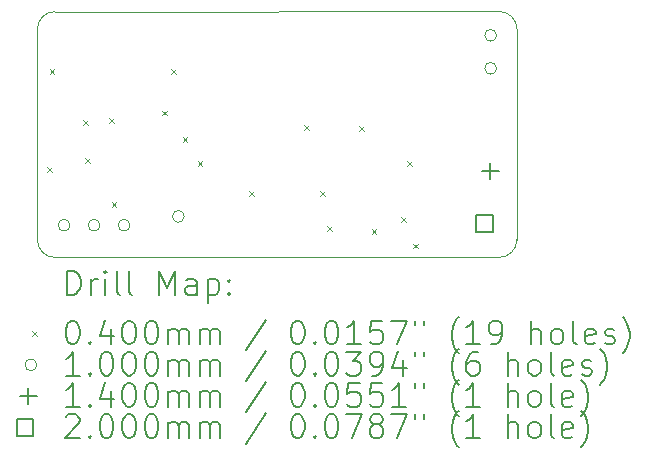
<source format=gbr>
%FSLAX45Y45*%
G04 Gerber Fmt 4.5, Leading zero omitted, Abs format (unit mm)*
G04 Created by KiCad (PCBNEW 5.99.0-unknown-50e22de3ba~95~ubuntu20.04.1) date 2021-01-20 19:32:31*
%MOMM*%
%LPD*%
G01*
G04 APERTURE LIST*
%TA.AperFunction,Profile*%
%ADD10C,0.100000*%
%TD*%
%ADD11C,0.200000*%
%ADD12C,0.040000*%
%ADD13C,0.100000*%
%ADD14C,0.140000*%
G04 APERTURE END LIST*
D10*
X16534700Y-7797000D02*
G75*
G03*
X16684700Y-7647000I0J150000D01*
G01*
X16534700Y-7797000D02*
X12773800Y-7797800D01*
X16684700Y-5865000D02*
X16684700Y-7647000D01*
X16684700Y-5865000D02*
G75*
G03*
X16534700Y-5715000I-150000J0D01*
G01*
X12623800Y-7647800D02*
G75*
G03*
X12773800Y-7797800I150000J0D01*
G01*
X12773800Y-5715800D02*
X16534700Y-5715000D01*
X12623800Y-7647800D02*
X12623800Y-5865800D01*
X12773800Y-5715800D02*
G75*
G03*
X12623800Y-5865800I0J-150000D01*
G01*
D11*
D12*
X12705000Y-7030000D02*
X12745000Y-7070000D01*
X12745000Y-7030000D02*
X12705000Y-7070000D01*
X12728100Y-6200800D02*
X12768100Y-6240800D01*
X12768100Y-6200800D02*
X12728100Y-6240800D01*
X13011300Y-6635940D02*
X13051300Y-6675940D01*
X13051300Y-6635940D02*
X13011300Y-6675940D01*
X13030000Y-6955000D02*
X13070000Y-6995000D01*
X13070000Y-6955000D02*
X13030000Y-6995000D01*
X13230000Y-6619020D02*
X13270000Y-6659020D01*
X13270000Y-6619020D02*
X13230000Y-6659020D01*
X13252000Y-7332210D02*
X13292000Y-7372210D01*
X13292000Y-7332210D02*
X13252000Y-7372210D01*
X13680000Y-6555000D02*
X13720000Y-6595000D01*
X13720000Y-6555000D02*
X13680000Y-6595000D01*
X13755000Y-6205000D02*
X13795000Y-6245000D01*
X13795000Y-6205000D02*
X13755000Y-6245000D01*
X13855000Y-6780000D02*
X13895000Y-6820000D01*
X13895000Y-6780000D02*
X13855000Y-6820000D01*
X13980000Y-6980000D02*
X14020000Y-7020000D01*
X14020000Y-6980000D02*
X13980000Y-7020000D01*
X14416500Y-7235780D02*
X14456500Y-7275780D01*
X14456500Y-7235780D02*
X14416500Y-7275780D01*
X14880000Y-6680000D02*
X14920000Y-6720000D01*
X14920000Y-6680000D02*
X14880000Y-6720000D01*
X15016800Y-7235580D02*
X15056800Y-7275580D01*
X15056800Y-7235580D02*
X15016800Y-7275580D01*
X15080000Y-7530000D02*
X15120000Y-7570000D01*
X15120000Y-7530000D02*
X15080000Y-7570000D01*
X15347000Y-6685600D02*
X15387000Y-6725600D01*
X15387000Y-6685600D02*
X15347000Y-6725600D01*
X15455000Y-7555000D02*
X15495000Y-7595000D01*
X15495000Y-7555000D02*
X15455000Y-7595000D01*
X15705000Y-7455000D02*
X15745000Y-7495000D01*
X15745000Y-7455000D02*
X15705000Y-7495000D01*
X15755000Y-6980000D02*
X15795000Y-7020000D01*
X15795000Y-6980000D02*
X15755000Y-7020000D01*
X15805000Y-7680000D02*
X15845000Y-7720000D01*
X15845000Y-7680000D02*
X15805000Y-7720000D01*
D13*
X12900000Y-7525000D02*
G75*
G03*
X12900000Y-7525000I-50000J0D01*
G01*
X13154000Y-7525000D02*
G75*
G03*
X13154000Y-7525000I-50000J0D01*
G01*
X13408000Y-7525000D02*
G75*
G03*
X13408000Y-7525000I-50000J0D01*
G01*
X13867600Y-7450000D02*
G75*
G03*
X13867600Y-7450000I-50000J0D01*
G01*
X16512000Y-5916600D02*
G75*
G03*
X16512000Y-5916600I-50000J0D01*
G01*
X16512000Y-6196000D02*
G75*
G03*
X16512000Y-6196000I-50000J0D01*
G01*
D14*
X16460000Y-6995000D02*
X16460000Y-7135000D01*
X16390000Y-7065000D02*
X16530000Y-7065000D01*
D11*
X16480711Y-7578211D02*
X16480711Y-7436789D01*
X16339289Y-7436789D01*
X16339289Y-7578211D01*
X16480711Y-7578211D01*
X12876419Y-8113276D02*
X12876419Y-7913276D01*
X12924038Y-7913276D01*
X12952609Y-7922800D01*
X12971657Y-7941848D01*
X12981181Y-7960895D01*
X12990705Y-7998990D01*
X12990705Y-8027562D01*
X12981181Y-8065657D01*
X12971657Y-8084705D01*
X12952609Y-8103752D01*
X12924038Y-8113276D01*
X12876419Y-8113276D01*
X13076419Y-8113276D02*
X13076419Y-7979943D01*
X13076419Y-8018038D02*
X13085943Y-7998990D01*
X13095467Y-7989467D01*
X13114514Y-7979943D01*
X13133562Y-7979943D01*
X13200228Y-8113276D02*
X13200228Y-7979943D01*
X13200228Y-7913276D02*
X13190705Y-7922800D01*
X13200228Y-7932324D01*
X13209752Y-7922800D01*
X13200228Y-7913276D01*
X13200228Y-7932324D01*
X13324038Y-8113276D02*
X13304990Y-8103752D01*
X13295467Y-8084705D01*
X13295467Y-7913276D01*
X13428800Y-8113276D02*
X13409752Y-8103752D01*
X13400228Y-8084705D01*
X13400228Y-7913276D01*
X13657371Y-8113276D02*
X13657371Y-7913276D01*
X13724038Y-8056133D01*
X13790705Y-7913276D01*
X13790705Y-8113276D01*
X13971657Y-8113276D02*
X13971657Y-8008514D01*
X13962133Y-7989467D01*
X13943086Y-7979943D01*
X13904990Y-7979943D01*
X13885943Y-7989467D01*
X13971657Y-8103752D02*
X13952609Y-8113276D01*
X13904990Y-8113276D01*
X13885943Y-8103752D01*
X13876419Y-8084705D01*
X13876419Y-8065657D01*
X13885943Y-8046609D01*
X13904990Y-8037086D01*
X13952609Y-8037086D01*
X13971657Y-8027562D01*
X14066895Y-7979943D02*
X14066895Y-8179943D01*
X14066895Y-7989467D02*
X14085943Y-7979943D01*
X14124038Y-7979943D01*
X14143086Y-7989467D01*
X14152609Y-7998990D01*
X14162133Y-8018038D01*
X14162133Y-8075181D01*
X14152609Y-8094228D01*
X14143086Y-8103752D01*
X14124038Y-8113276D01*
X14085943Y-8113276D01*
X14066895Y-8103752D01*
X14247848Y-8094228D02*
X14257371Y-8103752D01*
X14247848Y-8113276D01*
X14238324Y-8103752D01*
X14247848Y-8094228D01*
X14247848Y-8113276D01*
X14247848Y-7989467D02*
X14257371Y-7998990D01*
X14247848Y-8008514D01*
X14238324Y-7998990D01*
X14247848Y-7989467D01*
X14247848Y-8008514D01*
D12*
X12578800Y-8422800D02*
X12618800Y-8462800D01*
X12618800Y-8422800D02*
X12578800Y-8462800D01*
D11*
X12914514Y-8333276D02*
X12933562Y-8333276D01*
X12952609Y-8342800D01*
X12962133Y-8352324D01*
X12971657Y-8371371D01*
X12981181Y-8409467D01*
X12981181Y-8457086D01*
X12971657Y-8495181D01*
X12962133Y-8514229D01*
X12952609Y-8523752D01*
X12933562Y-8533276D01*
X12914514Y-8533276D01*
X12895467Y-8523752D01*
X12885943Y-8514229D01*
X12876419Y-8495181D01*
X12866895Y-8457086D01*
X12866895Y-8409467D01*
X12876419Y-8371371D01*
X12885943Y-8352324D01*
X12895467Y-8342800D01*
X12914514Y-8333276D01*
X13066895Y-8514229D02*
X13076419Y-8523752D01*
X13066895Y-8533276D01*
X13057371Y-8523752D01*
X13066895Y-8514229D01*
X13066895Y-8533276D01*
X13247848Y-8399943D02*
X13247848Y-8533276D01*
X13200228Y-8323752D02*
X13152609Y-8466610D01*
X13276419Y-8466610D01*
X13390705Y-8333276D02*
X13409752Y-8333276D01*
X13428800Y-8342800D01*
X13438324Y-8352324D01*
X13447848Y-8371371D01*
X13457371Y-8409467D01*
X13457371Y-8457086D01*
X13447848Y-8495181D01*
X13438324Y-8514229D01*
X13428800Y-8523752D01*
X13409752Y-8533276D01*
X13390705Y-8533276D01*
X13371657Y-8523752D01*
X13362133Y-8514229D01*
X13352609Y-8495181D01*
X13343086Y-8457086D01*
X13343086Y-8409467D01*
X13352609Y-8371371D01*
X13362133Y-8352324D01*
X13371657Y-8342800D01*
X13390705Y-8333276D01*
X13581181Y-8333276D02*
X13600228Y-8333276D01*
X13619276Y-8342800D01*
X13628800Y-8352324D01*
X13638324Y-8371371D01*
X13647848Y-8409467D01*
X13647848Y-8457086D01*
X13638324Y-8495181D01*
X13628800Y-8514229D01*
X13619276Y-8523752D01*
X13600228Y-8533276D01*
X13581181Y-8533276D01*
X13562133Y-8523752D01*
X13552609Y-8514229D01*
X13543086Y-8495181D01*
X13533562Y-8457086D01*
X13533562Y-8409467D01*
X13543086Y-8371371D01*
X13552609Y-8352324D01*
X13562133Y-8342800D01*
X13581181Y-8333276D01*
X13733562Y-8533276D02*
X13733562Y-8399943D01*
X13733562Y-8418990D02*
X13743086Y-8409467D01*
X13762133Y-8399943D01*
X13790705Y-8399943D01*
X13809752Y-8409467D01*
X13819276Y-8428514D01*
X13819276Y-8533276D01*
X13819276Y-8428514D02*
X13828800Y-8409467D01*
X13847848Y-8399943D01*
X13876419Y-8399943D01*
X13895467Y-8409467D01*
X13904990Y-8428514D01*
X13904990Y-8533276D01*
X14000228Y-8533276D02*
X14000228Y-8399943D01*
X14000228Y-8418990D02*
X14009752Y-8409467D01*
X14028800Y-8399943D01*
X14057371Y-8399943D01*
X14076419Y-8409467D01*
X14085943Y-8428514D01*
X14085943Y-8533276D01*
X14085943Y-8428514D02*
X14095467Y-8409467D01*
X14114514Y-8399943D01*
X14143086Y-8399943D01*
X14162133Y-8409467D01*
X14171657Y-8428514D01*
X14171657Y-8533276D01*
X14562133Y-8323752D02*
X14390705Y-8580895D01*
X14819276Y-8333276D02*
X14838324Y-8333276D01*
X14857371Y-8342800D01*
X14866895Y-8352324D01*
X14876419Y-8371371D01*
X14885943Y-8409467D01*
X14885943Y-8457086D01*
X14876419Y-8495181D01*
X14866895Y-8514229D01*
X14857371Y-8523752D01*
X14838324Y-8533276D01*
X14819276Y-8533276D01*
X14800228Y-8523752D01*
X14790705Y-8514229D01*
X14781181Y-8495181D01*
X14771657Y-8457086D01*
X14771657Y-8409467D01*
X14781181Y-8371371D01*
X14790705Y-8352324D01*
X14800228Y-8342800D01*
X14819276Y-8333276D01*
X14971657Y-8514229D02*
X14981181Y-8523752D01*
X14971657Y-8533276D01*
X14962133Y-8523752D01*
X14971657Y-8514229D01*
X14971657Y-8533276D01*
X15104990Y-8333276D02*
X15124038Y-8333276D01*
X15143086Y-8342800D01*
X15152609Y-8352324D01*
X15162133Y-8371371D01*
X15171657Y-8409467D01*
X15171657Y-8457086D01*
X15162133Y-8495181D01*
X15152609Y-8514229D01*
X15143086Y-8523752D01*
X15124038Y-8533276D01*
X15104990Y-8533276D01*
X15085943Y-8523752D01*
X15076419Y-8514229D01*
X15066895Y-8495181D01*
X15057371Y-8457086D01*
X15057371Y-8409467D01*
X15066895Y-8371371D01*
X15076419Y-8352324D01*
X15085943Y-8342800D01*
X15104990Y-8333276D01*
X15362133Y-8533276D02*
X15247848Y-8533276D01*
X15304990Y-8533276D02*
X15304990Y-8333276D01*
X15285943Y-8361848D01*
X15266895Y-8380895D01*
X15247848Y-8390419D01*
X15543086Y-8333276D02*
X15447848Y-8333276D01*
X15438324Y-8428514D01*
X15447848Y-8418990D01*
X15466895Y-8409467D01*
X15514514Y-8409467D01*
X15533562Y-8418990D01*
X15543086Y-8428514D01*
X15552609Y-8447562D01*
X15552609Y-8495181D01*
X15543086Y-8514229D01*
X15533562Y-8523752D01*
X15514514Y-8533276D01*
X15466895Y-8533276D01*
X15447848Y-8523752D01*
X15438324Y-8514229D01*
X15619276Y-8333276D02*
X15752609Y-8333276D01*
X15666895Y-8533276D01*
X15819276Y-8333276D02*
X15819276Y-8371371D01*
X15895467Y-8333276D02*
X15895467Y-8371371D01*
X16190705Y-8609467D02*
X16181181Y-8599943D01*
X16162133Y-8571371D01*
X16152609Y-8552324D01*
X16143086Y-8523752D01*
X16133562Y-8476133D01*
X16133562Y-8438038D01*
X16143086Y-8390419D01*
X16152609Y-8361848D01*
X16162133Y-8342800D01*
X16181181Y-8314228D01*
X16190705Y-8304705D01*
X16371657Y-8533276D02*
X16257371Y-8533276D01*
X16314514Y-8533276D02*
X16314514Y-8333276D01*
X16295467Y-8361848D01*
X16276419Y-8380895D01*
X16257371Y-8390419D01*
X16466895Y-8533276D02*
X16504990Y-8533276D01*
X16524038Y-8523752D01*
X16533562Y-8514229D01*
X16552609Y-8485657D01*
X16562133Y-8447562D01*
X16562133Y-8371371D01*
X16552609Y-8352324D01*
X16543086Y-8342800D01*
X16524038Y-8333276D01*
X16485943Y-8333276D01*
X16466895Y-8342800D01*
X16457371Y-8352324D01*
X16447848Y-8371371D01*
X16447848Y-8418990D01*
X16457371Y-8438038D01*
X16466895Y-8447562D01*
X16485943Y-8457086D01*
X16524038Y-8457086D01*
X16543086Y-8447562D01*
X16552609Y-8438038D01*
X16562133Y-8418990D01*
X16800229Y-8533276D02*
X16800229Y-8333276D01*
X16885943Y-8533276D02*
X16885943Y-8428514D01*
X16876419Y-8409467D01*
X16857371Y-8399943D01*
X16828800Y-8399943D01*
X16809752Y-8409467D01*
X16800229Y-8418990D01*
X17009752Y-8533276D02*
X16990705Y-8523752D01*
X16981181Y-8514229D01*
X16971657Y-8495181D01*
X16971657Y-8438038D01*
X16981181Y-8418990D01*
X16990705Y-8409467D01*
X17009752Y-8399943D01*
X17038324Y-8399943D01*
X17057371Y-8409467D01*
X17066895Y-8418990D01*
X17076419Y-8438038D01*
X17076419Y-8495181D01*
X17066895Y-8514229D01*
X17057371Y-8523752D01*
X17038324Y-8533276D01*
X17009752Y-8533276D01*
X17190705Y-8533276D02*
X17171657Y-8523752D01*
X17162133Y-8504705D01*
X17162133Y-8333276D01*
X17343086Y-8523752D02*
X17324038Y-8533276D01*
X17285943Y-8533276D01*
X17266895Y-8523752D01*
X17257371Y-8504705D01*
X17257371Y-8428514D01*
X17266895Y-8409467D01*
X17285943Y-8399943D01*
X17324038Y-8399943D01*
X17343086Y-8409467D01*
X17352610Y-8428514D01*
X17352610Y-8447562D01*
X17257371Y-8466610D01*
X17428800Y-8523752D02*
X17447848Y-8533276D01*
X17485943Y-8533276D01*
X17504990Y-8523752D01*
X17514514Y-8504705D01*
X17514514Y-8495181D01*
X17504990Y-8476133D01*
X17485943Y-8466610D01*
X17457371Y-8466610D01*
X17438324Y-8457086D01*
X17428800Y-8438038D01*
X17428800Y-8428514D01*
X17438324Y-8409467D01*
X17457371Y-8399943D01*
X17485943Y-8399943D01*
X17504990Y-8409467D01*
X17581181Y-8609467D02*
X17590705Y-8599943D01*
X17609752Y-8571371D01*
X17619276Y-8552324D01*
X17628800Y-8523752D01*
X17638324Y-8476133D01*
X17638324Y-8438038D01*
X17628800Y-8390419D01*
X17619276Y-8361848D01*
X17609752Y-8342800D01*
X17590705Y-8314228D01*
X17581181Y-8304705D01*
D13*
X12618800Y-8706800D02*
G75*
G03*
X12618800Y-8706800I-50000J0D01*
G01*
D11*
X12981181Y-8797276D02*
X12866895Y-8797276D01*
X12924038Y-8797276D02*
X12924038Y-8597276D01*
X12904990Y-8625848D01*
X12885943Y-8644895D01*
X12866895Y-8654419D01*
X13066895Y-8778229D02*
X13076419Y-8787752D01*
X13066895Y-8797276D01*
X13057371Y-8787752D01*
X13066895Y-8778229D01*
X13066895Y-8797276D01*
X13200228Y-8597276D02*
X13219276Y-8597276D01*
X13238324Y-8606800D01*
X13247848Y-8616324D01*
X13257371Y-8635371D01*
X13266895Y-8673467D01*
X13266895Y-8721086D01*
X13257371Y-8759181D01*
X13247848Y-8778229D01*
X13238324Y-8787752D01*
X13219276Y-8797276D01*
X13200228Y-8797276D01*
X13181181Y-8787752D01*
X13171657Y-8778229D01*
X13162133Y-8759181D01*
X13152609Y-8721086D01*
X13152609Y-8673467D01*
X13162133Y-8635371D01*
X13171657Y-8616324D01*
X13181181Y-8606800D01*
X13200228Y-8597276D01*
X13390705Y-8597276D02*
X13409752Y-8597276D01*
X13428800Y-8606800D01*
X13438324Y-8616324D01*
X13447848Y-8635371D01*
X13457371Y-8673467D01*
X13457371Y-8721086D01*
X13447848Y-8759181D01*
X13438324Y-8778229D01*
X13428800Y-8787752D01*
X13409752Y-8797276D01*
X13390705Y-8797276D01*
X13371657Y-8787752D01*
X13362133Y-8778229D01*
X13352609Y-8759181D01*
X13343086Y-8721086D01*
X13343086Y-8673467D01*
X13352609Y-8635371D01*
X13362133Y-8616324D01*
X13371657Y-8606800D01*
X13390705Y-8597276D01*
X13581181Y-8597276D02*
X13600228Y-8597276D01*
X13619276Y-8606800D01*
X13628800Y-8616324D01*
X13638324Y-8635371D01*
X13647848Y-8673467D01*
X13647848Y-8721086D01*
X13638324Y-8759181D01*
X13628800Y-8778229D01*
X13619276Y-8787752D01*
X13600228Y-8797276D01*
X13581181Y-8797276D01*
X13562133Y-8787752D01*
X13552609Y-8778229D01*
X13543086Y-8759181D01*
X13533562Y-8721086D01*
X13533562Y-8673467D01*
X13543086Y-8635371D01*
X13552609Y-8616324D01*
X13562133Y-8606800D01*
X13581181Y-8597276D01*
X13733562Y-8797276D02*
X13733562Y-8663943D01*
X13733562Y-8682990D02*
X13743086Y-8673467D01*
X13762133Y-8663943D01*
X13790705Y-8663943D01*
X13809752Y-8673467D01*
X13819276Y-8692514D01*
X13819276Y-8797276D01*
X13819276Y-8692514D02*
X13828800Y-8673467D01*
X13847848Y-8663943D01*
X13876419Y-8663943D01*
X13895467Y-8673467D01*
X13904990Y-8692514D01*
X13904990Y-8797276D01*
X14000228Y-8797276D02*
X14000228Y-8663943D01*
X14000228Y-8682990D02*
X14009752Y-8673467D01*
X14028800Y-8663943D01*
X14057371Y-8663943D01*
X14076419Y-8673467D01*
X14085943Y-8692514D01*
X14085943Y-8797276D01*
X14085943Y-8692514D02*
X14095467Y-8673467D01*
X14114514Y-8663943D01*
X14143086Y-8663943D01*
X14162133Y-8673467D01*
X14171657Y-8692514D01*
X14171657Y-8797276D01*
X14562133Y-8587752D02*
X14390705Y-8844895D01*
X14819276Y-8597276D02*
X14838324Y-8597276D01*
X14857371Y-8606800D01*
X14866895Y-8616324D01*
X14876419Y-8635371D01*
X14885943Y-8673467D01*
X14885943Y-8721086D01*
X14876419Y-8759181D01*
X14866895Y-8778229D01*
X14857371Y-8787752D01*
X14838324Y-8797276D01*
X14819276Y-8797276D01*
X14800228Y-8787752D01*
X14790705Y-8778229D01*
X14781181Y-8759181D01*
X14771657Y-8721086D01*
X14771657Y-8673467D01*
X14781181Y-8635371D01*
X14790705Y-8616324D01*
X14800228Y-8606800D01*
X14819276Y-8597276D01*
X14971657Y-8778229D02*
X14981181Y-8787752D01*
X14971657Y-8797276D01*
X14962133Y-8787752D01*
X14971657Y-8778229D01*
X14971657Y-8797276D01*
X15104990Y-8597276D02*
X15124038Y-8597276D01*
X15143086Y-8606800D01*
X15152609Y-8616324D01*
X15162133Y-8635371D01*
X15171657Y-8673467D01*
X15171657Y-8721086D01*
X15162133Y-8759181D01*
X15152609Y-8778229D01*
X15143086Y-8787752D01*
X15124038Y-8797276D01*
X15104990Y-8797276D01*
X15085943Y-8787752D01*
X15076419Y-8778229D01*
X15066895Y-8759181D01*
X15057371Y-8721086D01*
X15057371Y-8673467D01*
X15066895Y-8635371D01*
X15076419Y-8616324D01*
X15085943Y-8606800D01*
X15104990Y-8597276D01*
X15238324Y-8597276D02*
X15362133Y-8597276D01*
X15295467Y-8673467D01*
X15324038Y-8673467D01*
X15343086Y-8682990D01*
X15352609Y-8692514D01*
X15362133Y-8711562D01*
X15362133Y-8759181D01*
X15352609Y-8778229D01*
X15343086Y-8787752D01*
X15324038Y-8797276D01*
X15266895Y-8797276D01*
X15247848Y-8787752D01*
X15238324Y-8778229D01*
X15457371Y-8797276D02*
X15495467Y-8797276D01*
X15514514Y-8787752D01*
X15524038Y-8778229D01*
X15543086Y-8749657D01*
X15552609Y-8711562D01*
X15552609Y-8635371D01*
X15543086Y-8616324D01*
X15533562Y-8606800D01*
X15514514Y-8597276D01*
X15476419Y-8597276D01*
X15457371Y-8606800D01*
X15447848Y-8616324D01*
X15438324Y-8635371D01*
X15438324Y-8682990D01*
X15447848Y-8702038D01*
X15457371Y-8711562D01*
X15476419Y-8721086D01*
X15514514Y-8721086D01*
X15533562Y-8711562D01*
X15543086Y-8702038D01*
X15552609Y-8682990D01*
X15724038Y-8663943D02*
X15724038Y-8797276D01*
X15676419Y-8587752D02*
X15628800Y-8730610D01*
X15752609Y-8730610D01*
X15819276Y-8597276D02*
X15819276Y-8635371D01*
X15895467Y-8597276D02*
X15895467Y-8635371D01*
X16190705Y-8873467D02*
X16181181Y-8863943D01*
X16162133Y-8835371D01*
X16152609Y-8816324D01*
X16143086Y-8787752D01*
X16133562Y-8740133D01*
X16133562Y-8702038D01*
X16143086Y-8654419D01*
X16152609Y-8625848D01*
X16162133Y-8606800D01*
X16181181Y-8578229D01*
X16190705Y-8568705D01*
X16352609Y-8597276D02*
X16314514Y-8597276D01*
X16295467Y-8606800D01*
X16285943Y-8616324D01*
X16266895Y-8644895D01*
X16257371Y-8682990D01*
X16257371Y-8759181D01*
X16266895Y-8778229D01*
X16276419Y-8787752D01*
X16295467Y-8797276D01*
X16333562Y-8797276D01*
X16352609Y-8787752D01*
X16362133Y-8778229D01*
X16371657Y-8759181D01*
X16371657Y-8711562D01*
X16362133Y-8692514D01*
X16352609Y-8682990D01*
X16333562Y-8673467D01*
X16295467Y-8673467D01*
X16276419Y-8682990D01*
X16266895Y-8692514D01*
X16257371Y-8711562D01*
X16609752Y-8797276D02*
X16609752Y-8597276D01*
X16695467Y-8797276D02*
X16695467Y-8692514D01*
X16685943Y-8673467D01*
X16666895Y-8663943D01*
X16638324Y-8663943D01*
X16619276Y-8673467D01*
X16609752Y-8682990D01*
X16819276Y-8797276D02*
X16800229Y-8787752D01*
X16790705Y-8778229D01*
X16781181Y-8759181D01*
X16781181Y-8702038D01*
X16790705Y-8682990D01*
X16800229Y-8673467D01*
X16819276Y-8663943D01*
X16847848Y-8663943D01*
X16866895Y-8673467D01*
X16876419Y-8682990D01*
X16885943Y-8702038D01*
X16885943Y-8759181D01*
X16876419Y-8778229D01*
X16866895Y-8787752D01*
X16847848Y-8797276D01*
X16819276Y-8797276D01*
X17000229Y-8797276D02*
X16981181Y-8787752D01*
X16971657Y-8768705D01*
X16971657Y-8597276D01*
X17152610Y-8787752D02*
X17133562Y-8797276D01*
X17095467Y-8797276D01*
X17076419Y-8787752D01*
X17066895Y-8768705D01*
X17066895Y-8692514D01*
X17076419Y-8673467D01*
X17095467Y-8663943D01*
X17133562Y-8663943D01*
X17152610Y-8673467D01*
X17162133Y-8692514D01*
X17162133Y-8711562D01*
X17066895Y-8730610D01*
X17238324Y-8787752D02*
X17257371Y-8797276D01*
X17295467Y-8797276D01*
X17314514Y-8787752D01*
X17324038Y-8768705D01*
X17324038Y-8759181D01*
X17314514Y-8740133D01*
X17295467Y-8730610D01*
X17266895Y-8730610D01*
X17247848Y-8721086D01*
X17238324Y-8702038D01*
X17238324Y-8692514D01*
X17247848Y-8673467D01*
X17266895Y-8663943D01*
X17295467Y-8663943D01*
X17314514Y-8673467D01*
X17390705Y-8873467D02*
X17400229Y-8863943D01*
X17419276Y-8835371D01*
X17428800Y-8816324D01*
X17438324Y-8787752D01*
X17447848Y-8740133D01*
X17447848Y-8702038D01*
X17438324Y-8654419D01*
X17428800Y-8625848D01*
X17419276Y-8606800D01*
X17400229Y-8578229D01*
X17390705Y-8568705D01*
D14*
X12548800Y-8900800D02*
X12548800Y-9040800D01*
X12478800Y-8970800D02*
X12618800Y-8970800D01*
D11*
X12981181Y-9061276D02*
X12866895Y-9061276D01*
X12924038Y-9061276D02*
X12924038Y-8861276D01*
X12904990Y-8889848D01*
X12885943Y-8908895D01*
X12866895Y-8918419D01*
X13066895Y-9042229D02*
X13076419Y-9051752D01*
X13066895Y-9061276D01*
X13057371Y-9051752D01*
X13066895Y-9042229D01*
X13066895Y-9061276D01*
X13247848Y-8927943D02*
X13247848Y-9061276D01*
X13200228Y-8851752D02*
X13152609Y-8994610D01*
X13276419Y-8994610D01*
X13390705Y-8861276D02*
X13409752Y-8861276D01*
X13428800Y-8870800D01*
X13438324Y-8880324D01*
X13447848Y-8899371D01*
X13457371Y-8937467D01*
X13457371Y-8985086D01*
X13447848Y-9023181D01*
X13438324Y-9042229D01*
X13428800Y-9051752D01*
X13409752Y-9061276D01*
X13390705Y-9061276D01*
X13371657Y-9051752D01*
X13362133Y-9042229D01*
X13352609Y-9023181D01*
X13343086Y-8985086D01*
X13343086Y-8937467D01*
X13352609Y-8899371D01*
X13362133Y-8880324D01*
X13371657Y-8870800D01*
X13390705Y-8861276D01*
X13581181Y-8861276D02*
X13600228Y-8861276D01*
X13619276Y-8870800D01*
X13628800Y-8880324D01*
X13638324Y-8899371D01*
X13647848Y-8937467D01*
X13647848Y-8985086D01*
X13638324Y-9023181D01*
X13628800Y-9042229D01*
X13619276Y-9051752D01*
X13600228Y-9061276D01*
X13581181Y-9061276D01*
X13562133Y-9051752D01*
X13552609Y-9042229D01*
X13543086Y-9023181D01*
X13533562Y-8985086D01*
X13533562Y-8937467D01*
X13543086Y-8899371D01*
X13552609Y-8880324D01*
X13562133Y-8870800D01*
X13581181Y-8861276D01*
X13733562Y-9061276D02*
X13733562Y-8927943D01*
X13733562Y-8946990D02*
X13743086Y-8937467D01*
X13762133Y-8927943D01*
X13790705Y-8927943D01*
X13809752Y-8937467D01*
X13819276Y-8956514D01*
X13819276Y-9061276D01*
X13819276Y-8956514D02*
X13828800Y-8937467D01*
X13847848Y-8927943D01*
X13876419Y-8927943D01*
X13895467Y-8937467D01*
X13904990Y-8956514D01*
X13904990Y-9061276D01*
X14000228Y-9061276D02*
X14000228Y-8927943D01*
X14000228Y-8946990D02*
X14009752Y-8937467D01*
X14028800Y-8927943D01*
X14057371Y-8927943D01*
X14076419Y-8937467D01*
X14085943Y-8956514D01*
X14085943Y-9061276D01*
X14085943Y-8956514D02*
X14095467Y-8937467D01*
X14114514Y-8927943D01*
X14143086Y-8927943D01*
X14162133Y-8937467D01*
X14171657Y-8956514D01*
X14171657Y-9061276D01*
X14562133Y-8851752D02*
X14390705Y-9108895D01*
X14819276Y-8861276D02*
X14838324Y-8861276D01*
X14857371Y-8870800D01*
X14866895Y-8880324D01*
X14876419Y-8899371D01*
X14885943Y-8937467D01*
X14885943Y-8985086D01*
X14876419Y-9023181D01*
X14866895Y-9042229D01*
X14857371Y-9051752D01*
X14838324Y-9061276D01*
X14819276Y-9061276D01*
X14800228Y-9051752D01*
X14790705Y-9042229D01*
X14781181Y-9023181D01*
X14771657Y-8985086D01*
X14771657Y-8937467D01*
X14781181Y-8899371D01*
X14790705Y-8880324D01*
X14800228Y-8870800D01*
X14819276Y-8861276D01*
X14971657Y-9042229D02*
X14981181Y-9051752D01*
X14971657Y-9061276D01*
X14962133Y-9051752D01*
X14971657Y-9042229D01*
X14971657Y-9061276D01*
X15104990Y-8861276D02*
X15124038Y-8861276D01*
X15143086Y-8870800D01*
X15152609Y-8880324D01*
X15162133Y-8899371D01*
X15171657Y-8937467D01*
X15171657Y-8985086D01*
X15162133Y-9023181D01*
X15152609Y-9042229D01*
X15143086Y-9051752D01*
X15124038Y-9061276D01*
X15104990Y-9061276D01*
X15085943Y-9051752D01*
X15076419Y-9042229D01*
X15066895Y-9023181D01*
X15057371Y-8985086D01*
X15057371Y-8937467D01*
X15066895Y-8899371D01*
X15076419Y-8880324D01*
X15085943Y-8870800D01*
X15104990Y-8861276D01*
X15352609Y-8861276D02*
X15257371Y-8861276D01*
X15247848Y-8956514D01*
X15257371Y-8946990D01*
X15276419Y-8937467D01*
X15324038Y-8937467D01*
X15343086Y-8946990D01*
X15352609Y-8956514D01*
X15362133Y-8975562D01*
X15362133Y-9023181D01*
X15352609Y-9042229D01*
X15343086Y-9051752D01*
X15324038Y-9061276D01*
X15276419Y-9061276D01*
X15257371Y-9051752D01*
X15247848Y-9042229D01*
X15543086Y-8861276D02*
X15447848Y-8861276D01*
X15438324Y-8956514D01*
X15447848Y-8946990D01*
X15466895Y-8937467D01*
X15514514Y-8937467D01*
X15533562Y-8946990D01*
X15543086Y-8956514D01*
X15552609Y-8975562D01*
X15552609Y-9023181D01*
X15543086Y-9042229D01*
X15533562Y-9051752D01*
X15514514Y-9061276D01*
X15466895Y-9061276D01*
X15447848Y-9051752D01*
X15438324Y-9042229D01*
X15743086Y-9061276D02*
X15628800Y-9061276D01*
X15685943Y-9061276D02*
X15685943Y-8861276D01*
X15666895Y-8889848D01*
X15647848Y-8908895D01*
X15628800Y-8918419D01*
X15819276Y-8861276D02*
X15819276Y-8899371D01*
X15895467Y-8861276D02*
X15895467Y-8899371D01*
X16190705Y-9137467D02*
X16181181Y-9127943D01*
X16162133Y-9099371D01*
X16152609Y-9080324D01*
X16143086Y-9051752D01*
X16133562Y-9004133D01*
X16133562Y-8966038D01*
X16143086Y-8918419D01*
X16152609Y-8889848D01*
X16162133Y-8870800D01*
X16181181Y-8842229D01*
X16190705Y-8832705D01*
X16371657Y-9061276D02*
X16257371Y-9061276D01*
X16314514Y-9061276D02*
X16314514Y-8861276D01*
X16295467Y-8889848D01*
X16276419Y-8908895D01*
X16257371Y-8918419D01*
X16609752Y-9061276D02*
X16609752Y-8861276D01*
X16695467Y-9061276D02*
X16695467Y-8956514D01*
X16685943Y-8937467D01*
X16666895Y-8927943D01*
X16638324Y-8927943D01*
X16619276Y-8937467D01*
X16609752Y-8946990D01*
X16819276Y-9061276D02*
X16800229Y-9051752D01*
X16790705Y-9042229D01*
X16781181Y-9023181D01*
X16781181Y-8966038D01*
X16790705Y-8946990D01*
X16800229Y-8937467D01*
X16819276Y-8927943D01*
X16847848Y-8927943D01*
X16866895Y-8937467D01*
X16876419Y-8946990D01*
X16885943Y-8966038D01*
X16885943Y-9023181D01*
X16876419Y-9042229D01*
X16866895Y-9051752D01*
X16847848Y-9061276D01*
X16819276Y-9061276D01*
X17000229Y-9061276D02*
X16981181Y-9051752D01*
X16971657Y-9032705D01*
X16971657Y-8861276D01*
X17152610Y-9051752D02*
X17133562Y-9061276D01*
X17095467Y-9061276D01*
X17076419Y-9051752D01*
X17066895Y-9032705D01*
X17066895Y-8956514D01*
X17076419Y-8937467D01*
X17095467Y-8927943D01*
X17133562Y-8927943D01*
X17152610Y-8937467D01*
X17162133Y-8956514D01*
X17162133Y-8975562D01*
X17066895Y-8994610D01*
X17228800Y-9137467D02*
X17238324Y-9127943D01*
X17257371Y-9099371D01*
X17266895Y-9080324D01*
X17276419Y-9051752D01*
X17285943Y-9004133D01*
X17285943Y-8966038D01*
X17276419Y-8918419D01*
X17266895Y-8889848D01*
X17257371Y-8870800D01*
X17238324Y-8842229D01*
X17228800Y-8832705D01*
X12589511Y-9305511D02*
X12589511Y-9164089D01*
X12448089Y-9164089D01*
X12448089Y-9305511D01*
X12589511Y-9305511D01*
X12866895Y-9144324D02*
X12876419Y-9134800D01*
X12895467Y-9125276D01*
X12943086Y-9125276D01*
X12962133Y-9134800D01*
X12971657Y-9144324D01*
X12981181Y-9163371D01*
X12981181Y-9182419D01*
X12971657Y-9210990D01*
X12857371Y-9325276D01*
X12981181Y-9325276D01*
X13066895Y-9306229D02*
X13076419Y-9315752D01*
X13066895Y-9325276D01*
X13057371Y-9315752D01*
X13066895Y-9306229D01*
X13066895Y-9325276D01*
X13200228Y-9125276D02*
X13219276Y-9125276D01*
X13238324Y-9134800D01*
X13247848Y-9144324D01*
X13257371Y-9163371D01*
X13266895Y-9201467D01*
X13266895Y-9249086D01*
X13257371Y-9287181D01*
X13247848Y-9306229D01*
X13238324Y-9315752D01*
X13219276Y-9325276D01*
X13200228Y-9325276D01*
X13181181Y-9315752D01*
X13171657Y-9306229D01*
X13162133Y-9287181D01*
X13152609Y-9249086D01*
X13152609Y-9201467D01*
X13162133Y-9163371D01*
X13171657Y-9144324D01*
X13181181Y-9134800D01*
X13200228Y-9125276D01*
X13390705Y-9125276D02*
X13409752Y-9125276D01*
X13428800Y-9134800D01*
X13438324Y-9144324D01*
X13447848Y-9163371D01*
X13457371Y-9201467D01*
X13457371Y-9249086D01*
X13447848Y-9287181D01*
X13438324Y-9306229D01*
X13428800Y-9315752D01*
X13409752Y-9325276D01*
X13390705Y-9325276D01*
X13371657Y-9315752D01*
X13362133Y-9306229D01*
X13352609Y-9287181D01*
X13343086Y-9249086D01*
X13343086Y-9201467D01*
X13352609Y-9163371D01*
X13362133Y-9144324D01*
X13371657Y-9134800D01*
X13390705Y-9125276D01*
X13581181Y-9125276D02*
X13600228Y-9125276D01*
X13619276Y-9134800D01*
X13628800Y-9144324D01*
X13638324Y-9163371D01*
X13647848Y-9201467D01*
X13647848Y-9249086D01*
X13638324Y-9287181D01*
X13628800Y-9306229D01*
X13619276Y-9315752D01*
X13600228Y-9325276D01*
X13581181Y-9325276D01*
X13562133Y-9315752D01*
X13552609Y-9306229D01*
X13543086Y-9287181D01*
X13533562Y-9249086D01*
X13533562Y-9201467D01*
X13543086Y-9163371D01*
X13552609Y-9144324D01*
X13562133Y-9134800D01*
X13581181Y-9125276D01*
X13733562Y-9325276D02*
X13733562Y-9191943D01*
X13733562Y-9210990D02*
X13743086Y-9201467D01*
X13762133Y-9191943D01*
X13790705Y-9191943D01*
X13809752Y-9201467D01*
X13819276Y-9220514D01*
X13819276Y-9325276D01*
X13819276Y-9220514D02*
X13828800Y-9201467D01*
X13847848Y-9191943D01*
X13876419Y-9191943D01*
X13895467Y-9201467D01*
X13904990Y-9220514D01*
X13904990Y-9325276D01*
X14000228Y-9325276D02*
X14000228Y-9191943D01*
X14000228Y-9210990D02*
X14009752Y-9201467D01*
X14028800Y-9191943D01*
X14057371Y-9191943D01*
X14076419Y-9201467D01*
X14085943Y-9220514D01*
X14085943Y-9325276D01*
X14085943Y-9220514D02*
X14095467Y-9201467D01*
X14114514Y-9191943D01*
X14143086Y-9191943D01*
X14162133Y-9201467D01*
X14171657Y-9220514D01*
X14171657Y-9325276D01*
X14562133Y-9115752D02*
X14390705Y-9372895D01*
X14819276Y-9125276D02*
X14838324Y-9125276D01*
X14857371Y-9134800D01*
X14866895Y-9144324D01*
X14876419Y-9163371D01*
X14885943Y-9201467D01*
X14885943Y-9249086D01*
X14876419Y-9287181D01*
X14866895Y-9306229D01*
X14857371Y-9315752D01*
X14838324Y-9325276D01*
X14819276Y-9325276D01*
X14800228Y-9315752D01*
X14790705Y-9306229D01*
X14781181Y-9287181D01*
X14771657Y-9249086D01*
X14771657Y-9201467D01*
X14781181Y-9163371D01*
X14790705Y-9144324D01*
X14800228Y-9134800D01*
X14819276Y-9125276D01*
X14971657Y-9306229D02*
X14981181Y-9315752D01*
X14971657Y-9325276D01*
X14962133Y-9315752D01*
X14971657Y-9306229D01*
X14971657Y-9325276D01*
X15104990Y-9125276D02*
X15124038Y-9125276D01*
X15143086Y-9134800D01*
X15152609Y-9144324D01*
X15162133Y-9163371D01*
X15171657Y-9201467D01*
X15171657Y-9249086D01*
X15162133Y-9287181D01*
X15152609Y-9306229D01*
X15143086Y-9315752D01*
X15124038Y-9325276D01*
X15104990Y-9325276D01*
X15085943Y-9315752D01*
X15076419Y-9306229D01*
X15066895Y-9287181D01*
X15057371Y-9249086D01*
X15057371Y-9201467D01*
X15066895Y-9163371D01*
X15076419Y-9144324D01*
X15085943Y-9134800D01*
X15104990Y-9125276D01*
X15238324Y-9125276D02*
X15371657Y-9125276D01*
X15285943Y-9325276D01*
X15476419Y-9210990D02*
X15457371Y-9201467D01*
X15447848Y-9191943D01*
X15438324Y-9172895D01*
X15438324Y-9163371D01*
X15447848Y-9144324D01*
X15457371Y-9134800D01*
X15476419Y-9125276D01*
X15514514Y-9125276D01*
X15533562Y-9134800D01*
X15543086Y-9144324D01*
X15552609Y-9163371D01*
X15552609Y-9172895D01*
X15543086Y-9191943D01*
X15533562Y-9201467D01*
X15514514Y-9210990D01*
X15476419Y-9210990D01*
X15457371Y-9220514D01*
X15447848Y-9230038D01*
X15438324Y-9249086D01*
X15438324Y-9287181D01*
X15447848Y-9306229D01*
X15457371Y-9315752D01*
X15476419Y-9325276D01*
X15514514Y-9325276D01*
X15533562Y-9315752D01*
X15543086Y-9306229D01*
X15552609Y-9287181D01*
X15552609Y-9249086D01*
X15543086Y-9230038D01*
X15533562Y-9220514D01*
X15514514Y-9210990D01*
X15619276Y-9125276D02*
X15752609Y-9125276D01*
X15666895Y-9325276D01*
X15819276Y-9125276D02*
X15819276Y-9163371D01*
X15895467Y-9125276D02*
X15895467Y-9163371D01*
X16190705Y-9401467D02*
X16181181Y-9391943D01*
X16162133Y-9363371D01*
X16152609Y-9344324D01*
X16143086Y-9315752D01*
X16133562Y-9268133D01*
X16133562Y-9230038D01*
X16143086Y-9182419D01*
X16152609Y-9153848D01*
X16162133Y-9134800D01*
X16181181Y-9106229D01*
X16190705Y-9096705D01*
X16371657Y-9325276D02*
X16257371Y-9325276D01*
X16314514Y-9325276D02*
X16314514Y-9125276D01*
X16295467Y-9153848D01*
X16276419Y-9172895D01*
X16257371Y-9182419D01*
X16609752Y-9325276D02*
X16609752Y-9125276D01*
X16695467Y-9325276D02*
X16695467Y-9220514D01*
X16685943Y-9201467D01*
X16666895Y-9191943D01*
X16638324Y-9191943D01*
X16619276Y-9201467D01*
X16609752Y-9210990D01*
X16819276Y-9325276D02*
X16800229Y-9315752D01*
X16790705Y-9306229D01*
X16781181Y-9287181D01*
X16781181Y-9230038D01*
X16790705Y-9210990D01*
X16800229Y-9201467D01*
X16819276Y-9191943D01*
X16847848Y-9191943D01*
X16866895Y-9201467D01*
X16876419Y-9210990D01*
X16885943Y-9230038D01*
X16885943Y-9287181D01*
X16876419Y-9306229D01*
X16866895Y-9315752D01*
X16847848Y-9325276D01*
X16819276Y-9325276D01*
X17000229Y-9325276D02*
X16981181Y-9315752D01*
X16971657Y-9296705D01*
X16971657Y-9125276D01*
X17152610Y-9315752D02*
X17133562Y-9325276D01*
X17095467Y-9325276D01*
X17076419Y-9315752D01*
X17066895Y-9296705D01*
X17066895Y-9220514D01*
X17076419Y-9201467D01*
X17095467Y-9191943D01*
X17133562Y-9191943D01*
X17152610Y-9201467D01*
X17162133Y-9220514D01*
X17162133Y-9239562D01*
X17066895Y-9258610D01*
X17228800Y-9401467D02*
X17238324Y-9391943D01*
X17257371Y-9363371D01*
X17266895Y-9344324D01*
X17276419Y-9315752D01*
X17285943Y-9268133D01*
X17285943Y-9230038D01*
X17276419Y-9182419D01*
X17266895Y-9153848D01*
X17257371Y-9134800D01*
X17238324Y-9106229D01*
X17228800Y-9096705D01*
M02*

</source>
